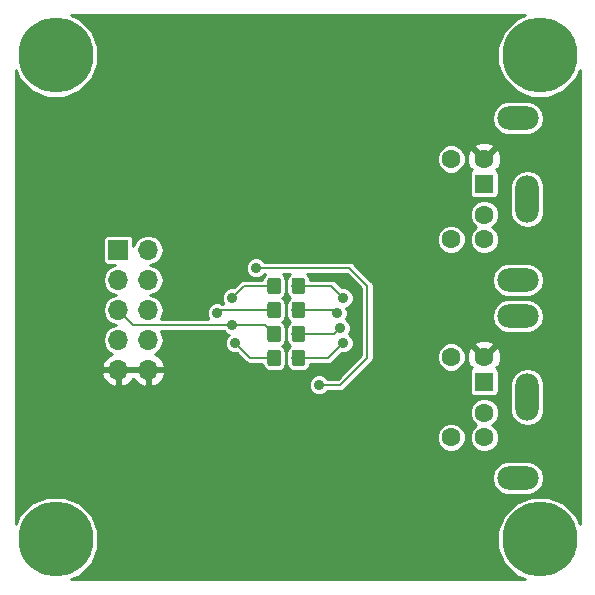
<source format=gbl>
G04 #@! TF.GenerationSoftware,KiCad,Pcbnew,(5.0.2)-1*
G04 #@! TF.CreationDate,2019-12-08T11:50:03-05:00*
G04 #@! TF.ProjectId,PS2X49,50533258-3439-42e6-9b69-6361645f7063,X1*
G04 #@! TF.SameCoordinates,Original*
G04 #@! TF.FileFunction,Copper,L2,Bot*
G04 #@! TF.FilePolarity,Positive*
%FSLAX46Y46*%
G04 Gerber Fmt 4.6, Leading zero omitted, Abs format (unit mm)*
G04 Created by KiCad (PCBNEW (5.0.2)-1) date 12/8/2019 11:50:03 AM*
%MOMM*%
%LPD*%
G01*
G04 APERTURE LIST*
G04 #@! TA.AperFunction,ComponentPad*
%ADD10C,6.350000*%
G04 #@! TD*
G04 #@! TA.AperFunction,ComponentPad*
%ADD11O,3.500000X2.000000*%
G04 #@! TD*
G04 #@! TA.AperFunction,ComponentPad*
%ADD12R,1.600000X1.600000*%
G04 #@! TD*
G04 #@! TA.AperFunction,ComponentPad*
%ADD13C,1.600000*%
G04 #@! TD*
G04 #@! TA.AperFunction,ComponentPad*
%ADD14O,2.000000X4.000000*%
G04 #@! TD*
G04 #@! TA.AperFunction,ComponentPad*
%ADD15R,1.700000X1.700000*%
G04 #@! TD*
G04 #@! TA.AperFunction,ComponentPad*
%ADD16O,1.700000X1.700000*%
G04 #@! TD*
G04 #@! TA.AperFunction,Conductor*
%ADD17C,0.150000*%
G04 #@! TD*
G04 #@! TA.AperFunction,SMDPad,CuDef*
%ADD18C,1.150000*%
G04 #@! TD*
G04 #@! TA.AperFunction,ViaPad*
%ADD19C,0.889000*%
G04 #@! TD*
G04 #@! TA.AperFunction,Conductor*
%ADD20C,0.203200*%
G04 #@! TD*
G04 #@! TA.AperFunction,Conductor*
%ADD21C,0.254000*%
G04 #@! TD*
G04 APERTURE END LIST*
D10*
G04 #@! TO.P,MTG3,1*
G04 #@! TO.N,N/C*
X14000000Y-55000000D03*
G04 #@! TD*
G04 #@! TO.P,MTG4,1*
G04 #@! TO.N,N/C*
X55000000Y-55000000D03*
G04 #@! TD*
G04 #@! TO.P,MTG2,1*
G04 #@! TO.N,N/C*
X55000000Y-14000000D03*
G04 #@! TD*
G04 #@! TO.P,MTG1,1*
G04 #@! TO.N,N/C*
X14000000Y-14000000D03*
G04 #@! TD*
D11*
G04 #@! TO.P,J1,7*
G04 #@! TO.N,N/C*
X53142000Y-33042000D03*
X53142000Y-19342000D03*
D12*
G04 #@! TO.P,J1,1*
G04 #@! TO.N,/KDAT1*
X50292000Y-24892000D03*
D13*
G04 #@! TO.P,J1,2*
G04 #@! TO.N,N/C*
X50292000Y-27492000D03*
G04 #@! TO.P,J1,3*
G04 #@! TO.N,GND*
X50292000Y-22792000D03*
G04 #@! TO.P,J1,4*
G04 #@! TO.N,VCC*
X50292000Y-29592000D03*
G04 #@! TO.P,J1,5*
G04 #@! TO.N,/KCLK1*
X47492000Y-22792000D03*
G04 #@! TO.P,J1,6*
G04 #@! TO.N,N/C*
X47492000Y-29592000D03*
D14*
G04 #@! TO.P,J1,7*
X53942000Y-26192000D03*
G04 #@! TD*
G04 #@! TO.P,J2,7*
G04 #@! TO.N,N/C*
X53942000Y-42956000D03*
D13*
G04 #@! TO.P,J2,6*
X47492000Y-46356000D03*
G04 #@! TO.P,J2,5*
G04 #@! TO.N,/KCLK2*
X47492000Y-39556000D03*
G04 #@! TO.P,J2,4*
G04 #@! TO.N,VCC*
X50292000Y-46356000D03*
G04 #@! TO.P,J2,3*
G04 #@! TO.N,GND*
X50292000Y-39556000D03*
G04 #@! TO.P,J2,2*
G04 #@! TO.N,N/C*
X50292000Y-44256000D03*
D12*
G04 #@! TO.P,J2,1*
G04 #@! TO.N,/KDAT2*
X50292000Y-41656000D03*
D11*
G04 #@! TO.P,J2,7*
G04 #@! TO.N,N/C*
X53142000Y-36106000D03*
X53142000Y-49806000D03*
G04 #@! TD*
D15*
G04 #@! TO.P,J3,1*
G04 #@! TO.N,VCC*
X19304000Y-30480000D03*
D16*
G04 #@! TO.P,J3,2*
X21844000Y-30480000D03*
G04 #@! TO.P,J3,3*
G04 #@! TO.N,+3V3*
X19304000Y-33020000D03*
G04 #@! TO.P,J3,4*
X21844000Y-33020000D03*
G04 #@! TO.P,J3,5*
G04 #@! TO.N,/CLK2*
X19304000Y-35560000D03*
G04 #@! TO.P,J3,6*
G04 #@! TO.N,/CLK1*
X21844000Y-35560000D03*
G04 #@! TO.P,J3,7*
G04 #@! TO.N,/DAT2*
X19304000Y-38100000D03*
G04 #@! TO.P,J3,8*
G04 #@! TO.N,/DAT1*
X21844000Y-38100000D03*
G04 #@! TO.P,J3,9*
G04 #@! TO.N,GND*
X19304000Y-40640000D03*
G04 #@! TO.P,J3,10*
X21844000Y-40640000D03*
G04 #@! TD*
D17*
G04 #@! TO.N,/KCLK1*
G04 #@! TO.C,R1*
G36*
X34902505Y-32829204D02*
X34926773Y-32832804D01*
X34950572Y-32838765D01*
X34973671Y-32847030D01*
X34995850Y-32857520D01*
X35016893Y-32870132D01*
X35036599Y-32884747D01*
X35054777Y-32901223D01*
X35071253Y-32919401D01*
X35085868Y-32939107D01*
X35098480Y-32960150D01*
X35108970Y-32982329D01*
X35117235Y-33005428D01*
X35123196Y-33029227D01*
X35126796Y-33053495D01*
X35128000Y-33077999D01*
X35128000Y-33978001D01*
X35126796Y-34002505D01*
X35123196Y-34026773D01*
X35117235Y-34050572D01*
X35108970Y-34073671D01*
X35098480Y-34095850D01*
X35085868Y-34116893D01*
X35071253Y-34136599D01*
X35054777Y-34154777D01*
X35036599Y-34171253D01*
X35016893Y-34185868D01*
X34995850Y-34198480D01*
X34973671Y-34208970D01*
X34950572Y-34217235D01*
X34926773Y-34223196D01*
X34902505Y-34226796D01*
X34878001Y-34228000D01*
X34227999Y-34228000D01*
X34203495Y-34226796D01*
X34179227Y-34223196D01*
X34155428Y-34217235D01*
X34132329Y-34208970D01*
X34110150Y-34198480D01*
X34089107Y-34185868D01*
X34069401Y-34171253D01*
X34051223Y-34154777D01*
X34034747Y-34136599D01*
X34020132Y-34116893D01*
X34007520Y-34095850D01*
X33997030Y-34073671D01*
X33988765Y-34050572D01*
X33982804Y-34026773D01*
X33979204Y-34002505D01*
X33978000Y-33978001D01*
X33978000Y-33077999D01*
X33979204Y-33053495D01*
X33982804Y-33029227D01*
X33988765Y-33005428D01*
X33997030Y-32982329D01*
X34007520Y-32960150D01*
X34020132Y-32939107D01*
X34034747Y-32919401D01*
X34051223Y-32901223D01*
X34069401Y-32884747D01*
X34089107Y-32870132D01*
X34110150Y-32857520D01*
X34132329Y-32847030D01*
X34155428Y-32838765D01*
X34179227Y-32832804D01*
X34203495Y-32829204D01*
X34227999Y-32828000D01*
X34878001Y-32828000D01*
X34902505Y-32829204D01*
X34902505Y-32829204D01*
G37*
D18*
G04 #@! TD*
G04 #@! TO.P,R1,1*
G04 #@! TO.N,/KCLK1*
X34553000Y-33528000D03*
D17*
G04 #@! TO.N,/CLK1*
G04 #@! TO.C,R1*
G36*
X32852505Y-32829204D02*
X32876773Y-32832804D01*
X32900572Y-32838765D01*
X32923671Y-32847030D01*
X32945850Y-32857520D01*
X32966893Y-32870132D01*
X32986599Y-32884747D01*
X33004777Y-32901223D01*
X33021253Y-32919401D01*
X33035868Y-32939107D01*
X33048480Y-32960150D01*
X33058970Y-32982329D01*
X33067235Y-33005428D01*
X33073196Y-33029227D01*
X33076796Y-33053495D01*
X33078000Y-33077999D01*
X33078000Y-33978001D01*
X33076796Y-34002505D01*
X33073196Y-34026773D01*
X33067235Y-34050572D01*
X33058970Y-34073671D01*
X33048480Y-34095850D01*
X33035868Y-34116893D01*
X33021253Y-34136599D01*
X33004777Y-34154777D01*
X32986599Y-34171253D01*
X32966893Y-34185868D01*
X32945850Y-34198480D01*
X32923671Y-34208970D01*
X32900572Y-34217235D01*
X32876773Y-34223196D01*
X32852505Y-34226796D01*
X32828001Y-34228000D01*
X32177999Y-34228000D01*
X32153495Y-34226796D01*
X32129227Y-34223196D01*
X32105428Y-34217235D01*
X32082329Y-34208970D01*
X32060150Y-34198480D01*
X32039107Y-34185868D01*
X32019401Y-34171253D01*
X32001223Y-34154777D01*
X31984747Y-34136599D01*
X31970132Y-34116893D01*
X31957520Y-34095850D01*
X31947030Y-34073671D01*
X31938765Y-34050572D01*
X31932804Y-34026773D01*
X31929204Y-34002505D01*
X31928000Y-33978001D01*
X31928000Y-33077999D01*
X31929204Y-33053495D01*
X31932804Y-33029227D01*
X31938765Y-33005428D01*
X31947030Y-32982329D01*
X31957520Y-32960150D01*
X31970132Y-32939107D01*
X31984747Y-32919401D01*
X32001223Y-32901223D01*
X32019401Y-32884747D01*
X32039107Y-32870132D01*
X32060150Y-32857520D01*
X32082329Y-32847030D01*
X32105428Y-32838765D01*
X32129227Y-32832804D01*
X32153495Y-32829204D01*
X32177999Y-32828000D01*
X32828001Y-32828000D01*
X32852505Y-32829204D01*
X32852505Y-32829204D01*
G37*
D18*
G04 #@! TD*
G04 #@! TO.P,R1,2*
G04 #@! TO.N,/CLK1*
X32503000Y-33528000D03*
D17*
G04 #@! TO.N,/DAT1*
G04 #@! TO.C,R2*
G36*
X32852505Y-34861204D02*
X32876773Y-34864804D01*
X32900572Y-34870765D01*
X32923671Y-34879030D01*
X32945850Y-34889520D01*
X32966893Y-34902132D01*
X32986599Y-34916747D01*
X33004777Y-34933223D01*
X33021253Y-34951401D01*
X33035868Y-34971107D01*
X33048480Y-34992150D01*
X33058970Y-35014329D01*
X33067235Y-35037428D01*
X33073196Y-35061227D01*
X33076796Y-35085495D01*
X33078000Y-35109999D01*
X33078000Y-36010001D01*
X33076796Y-36034505D01*
X33073196Y-36058773D01*
X33067235Y-36082572D01*
X33058970Y-36105671D01*
X33048480Y-36127850D01*
X33035868Y-36148893D01*
X33021253Y-36168599D01*
X33004777Y-36186777D01*
X32986599Y-36203253D01*
X32966893Y-36217868D01*
X32945850Y-36230480D01*
X32923671Y-36240970D01*
X32900572Y-36249235D01*
X32876773Y-36255196D01*
X32852505Y-36258796D01*
X32828001Y-36260000D01*
X32177999Y-36260000D01*
X32153495Y-36258796D01*
X32129227Y-36255196D01*
X32105428Y-36249235D01*
X32082329Y-36240970D01*
X32060150Y-36230480D01*
X32039107Y-36217868D01*
X32019401Y-36203253D01*
X32001223Y-36186777D01*
X31984747Y-36168599D01*
X31970132Y-36148893D01*
X31957520Y-36127850D01*
X31947030Y-36105671D01*
X31938765Y-36082572D01*
X31932804Y-36058773D01*
X31929204Y-36034505D01*
X31928000Y-36010001D01*
X31928000Y-35109999D01*
X31929204Y-35085495D01*
X31932804Y-35061227D01*
X31938765Y-35037428D01*
X31947030Y-35014329D01*
X31957520Y-34992150D01*
X31970132Y-34971107D01*
X31984747Y-34951401D01*
X32001223Y-34933223D01*
X32019401Y-34916747D01*
X32039107Y-34902132D01*
X32060150Y-34889520D01*
X32082329Y-34879030D01*
X32105428Y-34870765D01*
X32129227Y-34864804D01*
X32153495Y-34861204D01*
X32177999Y-34860000D01*
X32828001Y-34860000D01*
X32852505Y-34861204D01*
X32852505Y-34861204D01*
G37*
D18*
G04 #@! TD*
G04 #@! TO.P,R2,2*
G04 #@! TO.N,/DAT1*
X32503000Y-35560000D03*
D17*
G04 #@! TO.N,/KDAT1*
G04 #@! TO.C,R2*
G36*
X34902505Y-34861204D02*
X34926773Y-34864804D01*
X34950572Y-34870765D01*
X34973671Y-34879030D01*
X34995850Y-34889520D01*
X35016893Y-34902132D01*
X35036599Y-34916747D01*
X35054777Y-34933223D01*
X35071253Y-34951401D01*
X35085868Y-34971107D01*
X35098480Y-34992150D01*
X35108970Y-35014329D01*
X35117235Y-35037428D01*
X35123196Y-35061227D01*
X35126796Y-35085495D01*
X35128000Y-35109999D01*
X35128000Y-36010001D01*
X35126796Y-36034505D01*
X35123196Y-36058773D01*
X35117235Y-36082572D01*
X35108970Y-36105671D01*
X35098480Y-36127850D01*
X35085868Y-36148893D01*
X35071253Y-36168599D01*
X35054777Y-36186777D01*
X35036599Y-36203253D01*
X35016893Y-36217868D01*
X34995850Y-36230480D01*
X34973671Y-36240970D01*
X34950572Y-36249235D01*
X34926773Y-36255196D01*
X34902505Y-36258796D01*
X34878001Y-36260000D01*
X34227999Y-36260000D01*
X34203495Y-36258796D01*
X34179227Y-36255196D01*
X34155428Y-36249235D01*
X34132329Y-36240970D01*
X34110150Y-36230480D01*
X34089107Y-36217868D01*
X34069401Y-36203253D01*
X34051223Y-36186777D01*
X34034747Y-36168599D01*
X34020132Y-36148893D01*
X34007520Y-36127850D01*
X33997030Y-36105671D01*
X33988765Y-36082572D01*
X33982804Y-36058773D01*
X33979204Y-36034505D01*
X33978000Y-36010001D01*
X33978000Y-35109999D01*
X33979204Y-35085495D01*
X33982804Y-35061227D01*
X33988765Y-35037428D01*
X33997030Y-35014329D01*
X34007520Y-34992150D01*
X34020132Y-34971107D01*
X34034747Y-34951401D01*
X34051223Y-34933223D01*
X34069401Y-34916747D01*
X34089107Y-34902132D01*
X34110150Y-34889520D01*
X34132329Y-34879030D01*
X34155428Y-34870765D01*
X34179227Y-34864804D01*
X34203495Y-34861204D01*
X34227999Y-34860000D01*
X34878001Y-34860000D01*
X34902505Y-34861204D01*
X34902505Y-34861204D01*
G37*
D18*
G04 #@! TD*
G04 #@! TO.P,R2,1*
G04 #@! TO.N,/KDAT1*
X34553000Y-35560000D03*
D17*
G04 #@! TO.N,/KCLK2*
G04 #@! TO.C,R3*
G36*
X34902505Y-36893204D02*
X34926773Y-36896804D01*
X34950572Y-36902765D01*
X34973671Y-36911030D01*
X34995850Y-36921520D01*
X35016893Y-36934132D01*
X35036599Y-36948747D01*
X35054777Y-36965223D01*
X35071253Y-36983401D01*
X35085868Y-37003107D01*
X35098480Y-37024150D01*
X35108970Y-37046329D01*
X35117235Y-37069428D01*
X35123196Y-37093227D01*
X35126796Y-37117495D01*
X35128000Y-37141999D01*
X35128000Y-38042001D01*
X35126796Y-38066505D01*
X35123196Y-38090773D01*
X35117235Y-38114572D01*
X35108970Y-38137671D01*
X35098480Y-38159850D01*
X35085868Y-38180893D01*
X35071253Y-38200599D01*
X35054777Y-38218777D01*
X35036599Y-38235253D01*
X35016893Y-38249868D01*
X34995850Y-38262480D01*
X34973671Y-38272970D01*
X34950572Y-38281235D01*
X34926773Y-38287196D01*
X34902505Y-38290796D01*
X34878001Y-38292000D01*
X34227999Y-38292000D01*
X34203495Y-38290796D01*
X34179227Y-38287196D01*
X34155428Y-38281235D01*
X34132329Y-38272970D01*
X34110150Y-38262480D01*
X34089107Y-38249868D01*
X34069401Y-38235253D01*
X34051223Y-38218777D01*
X34034747Y-38200599D01*
X34020132Y-38180893D01*
X34007520Y-38159850D01*
X33997030Y-38137671D01*
X33988765Y-38114572D01*
X33982804Y-38090773D01*
X33979204Y-38066505D01*
X33978000Y-38042001D01*
X33978000Y-37141999D01*
X33979204Y-37117495D01*
X33982804Y-37093227D01*
X33988765Y-37069428D01*
X33997030Y-37046329D01*
X34007520Y-37024150D01*
X34020132Y-37003107D01*
X34034747Y-36983401D01*
X34051223Y-36965223D01*
X34069401Y-36948747D01*
X34089107Y-36934132D01*
X34110150Y-36921520D01*
X34132329Y-36911030D01*
X34155428Y-36902765D01*
X34179227Y-36896804D01*
X34203495Y-36893204D01*
X34227999Y-36892000D01*
X34878001Y-36892000D01*
X34902505Y-36893204D01*
X34902505Y-36893204D01*
G37*
D18*
G04 #@! TD*
G04 #@! TO.P,R3,1*
G04 #@! TO.N,/KCLK2*
X34553000Y-37592000D03*
D17*
G04 #@! TO.N,/CLK2*
G04 #@! TO.C,R3*
G36*
X32852505Y-36893204D02*
X32876773Y-36896804D01*
X32900572Y-36902765D01*
X32923671Y-36911030D01*
X32945850Y-36921520D01*
X32966893Y-36934132D01*
X32986599Y-36948747D01*
X33004777Y-36965223D01*
X33021253Y-36983401D01*
X33035868Y-37003107D01*
X33048480Y-37024150D01*
X33058970Y-37046329D01*
X33067235Y-37069428D01*
X33073196Y-37093227D01*
X33076796Y-37117495D01*
X33078000Y-37141999D01*
X33078000Y-38042001D01*
X33076796Y-38066505D01*
X33073196Y-38090773D01*
X33067235Y-38114572D01*
X33058970Y-38137671D01*
X33048480Y-38159850D01*
X33035868Y-38180893D01*
X33021253Y-38200599D01*
X33004777Y-38218777D01*
X32986599Y-38235253D01*
X32966893Y-38249868D01*
X32945850Y-38262480D01*
X32923671Y-38272970D01*
X32900572Y-38281235D01*
X32876773Y-38287196D01*
X32852505Y-38290796D01*
X32828001Y-38292000D01*
X32177999Y-38292000D01*
X32153495Y-38290796D01*
X32129227Y-38287196D01*
X32105428Y-38281235D01*
X32082329Y-38272970D01*
X32060150Y-38262480D01*
X32039107Y-38249868D01*
X32019401Y-38235253D01*
X32001223Y-38218777D01*
X31984747Y-38200599D01*
X31970132Y-38180893D01*
X31957520Y-38159850D01*
X31947030Y-38137671D01*
X31938765Y-38114572D01*
X31932804Y-38090773D01*
X31929204Y-38066505D01*
X31928000Y-38042001D01*
X31928000Y-37141999D01*
X31929204Y-37117495D01*
X31932804Y-37093227D01*
X31938765Y-37069428D01*
X31947030Y-37046329D01*
X31957520Y-37024150D01*
X31970132Y-37003107D01*
X31984747Y-36983401D01*
X32001223Y-36965223D01*
X32019401Y-36948747D01*
X32039107Y-36934132D01*
X32060150Y-36921520D01*
X32082329Y-36911030D01*
X32105428Y-36902765D01*
X32129227Y-36896804D01*
X32153495Y-36893204D01*
X32177999Y-36892000D01*
X32828001Y-36892000D01*
X32852505Y-36893204D01*
X32852505Y-36893204D01*
G37*
D18*
G04 #@! TD*
G04 #@! TO.P,R3,2*
G04 #@! TO.N,/CLK2*
X32503000Y-37592000D03*
D17*
G04 #@! TO.N,/DAT2*
G04 #@! TO.C,R4*
G36*
X32852505Y-38925204D02*
X32876773Y-38928804D01*
X32900572Y-38934765D01*
X32923671Y-38943030D01*
X32945850Y-38953520D01*
X32966893Y-38966132D01*
X32986599Y-38980747D01*
X33004777Y-38997223D01*
X33021253Y-39015401D01*
X33035868Y-39035107D01*
X33048480Y-39056150D01*
X33058970Y-39078329D01*
X33067235Y-39101428D01*
X33073196Y-39125227D01*
X33076796Y-39149495D01*
X33078000Y-39173999D01*
X33078000Y-40074001D01*
X33076796Y-40098505D01*
X33073196Y-40122773D01*
X33067235Y-40146572D01*
X33058970Y-40169671D01*
X33048480Y-40191850D01*
X33035868Y-40212893D01*
X33021253Y-40232599D01*
X33004777Y-40250777D01*
X32986599Y-40267253D01*
X32966893Y-40281868D01*
X32945850Y-40294480D01*
X32923671Y-40304970D01*
X32900572Y-40313235D01*
X32876773Y-40319196D01*
X32852505Y-40322796D01*
X32828001Y-40324000D01*
X32177999Y-40324000D01*
X32153495Y-40322796D01*
X32129227Y-40319196D01*
X32105428Y-40313235D01*
X32082329Y-40304970D01*
X32060150Y-40294480D01*
X32039107Y-40281868D01*
X32019401Y-40267253D01*
X32001223Y-40250777D01*
X31984747Y-40232599D01*
X31970132Y-40212893D01*
X31957520Y-40191850D01*
X31947030Y-40169671D01*
X31938765Y-40146572D01*
X31932804Y-40122773D01*
X31929204Y-40098505D01*
X31928000Y-40074001D01*
X31928000Y-39173999D01*
X31929204Y-39149495D01*
X31932804Y-39125227D01*
X31938765Y-39101428D01*
X31947030Y-39078329D01*
X31957520Y-39056150D01*
X31970132Y-39035107D01*
X31984747Y-39015401D01*
X32001223Y-38997223D01*
X32019401Y-38980747D01*
X32039107Y-38966132D01*
X32060150Y-38953520D01*
X32082329Y-38943030D01*
X32105428Y-38934765D01*
X32129227Y-38928804D01*
X32153495Y-38925204D01*
X32177999Y-38924000D01*
X32828001Y-38924000D01*
X32852505Y-38925204D01*
X32852505Y-38925204D01*
G37*
D18*
G04 #@! TD*
G04 #@! TO.P,R4,2*
G04 #@! TO.N,/DAT2*
X32503000Y-39624000D03*
D17*
G04 #@! TO.N,/KDAT2*
G04 #@! TO.C,R4*
G36*
X34902505Y-38925204D02*
X34926773Y-38928804D01*
X34950572Y-38934765D01*
X34973671Y-38943030D01*
X34995850Y-38953520D01*
X35016893Y-38966132D01*
X35036599Y-38980747D01*
X35054777Y-38997223D01*
X35071253Y-39015401D01*
X35085868Y-39035107D01*
X35098480Y-39056150D01*
X35108970Y-39078329D01*
X35117235Y-39101428D01*
X35123196Y-39125227D01*
X35126796Y-39149495D01*
X35128000Y-39173999D01*
X35128000Y-40074001D01*
X35126796Y-40098505D01*
X35123196Y-40122773D01*
X35117235Y-40146572D01*
X35108970Y-40169671D01*
X35098480Y-40191850D01*
X35085868Y-40212893D01*
X35071253Y-40232599D01*
X35054777Y-40250777D01*
X35036599Y-40267253D01*
X35016893Y-40281868D01*
X34995850Y-40294480D01*
X34973671Y-40304970D01*
X34950572Y-40313235D01*
X34926773Y-40319196D01*
X34902505Y-40322796D01*
X34878001Y-40324000D01*
X34227999Y-40324000D01*
X34203495Y-40322796D01*
X34179227Y-40319196D01*
X34155428Y-40313235D01*
X34132329Y-40304970D01*
X34110150Y-40294480D01*
X34089107Y-40281868D01*
X34069401Y-40267253D01*
X34051223Y-40250777D01*
X34034747Y-40232599D01*
X34020132Y-40212893D01*
X34007520Y-40191850D01*
X33997030Y-40169671D01*
X33988765Y-40146572D01*
X33982804Y-40122773D01*
X33979204Y-40098505D01*
X33978000Y-40074001D01*
X33978000Y-39173999D01*
X33979204Y-39149495D01*
X33982804Y-39125227D01*
X33988765Y-39101428D01*
X33997030Y-39078329D01*
X34007520Y-39056150D01*
X34020132Y-39035107D01*
X34034747Y-39015401D01*
X34051223Y-38997223D01*
X34069401Y-38980747D01*
X34089107Y-38966132D01*
X34110150Y-38953520D01*
X34132329Y-38943030D01*
X34155428Y-38934765D01*
X34179227Y-38928804D01*
X34203495Y-38925204D01*
X34227999Y-38924000D01*
X34878001Y-38924000D01*
X34902505Y-38925204D01*
X34902505Y-38925204D01*
G37*
D18*
G04 #@! TD*
G04 #@! TO.P,R4,1*
G04 #@! TO.N,/KDAT2*
X34553000Y-39624000D03*
D19*
G04 #@! TO.N,GND*
X42418000Y-32385000D03*
X36830000Y-45212000D03*
X30734000Y-42164000D03*
G04 #@! TO.N,/DAT1*
X27686000Y-35814000D03*
G04 #@! TO.N,/CLK1*
X28956000Y-34544000D03*
G04 #@! TO.N,/CLK2*
X28956000Y-36830000D03*
G04 #@! TO.N,/DAT2*
X29210000Y-38354000D03*
G04 #@! TO.N,/KDAT1*
X37846000Y-35814000D03*
G04 #@! TO.N,/KCLK1*
X38354000Y-34544000D03*
G04 #@! TO.N,/KCLK2*
X38100000Y-37084000D03*
G04 #@! TO.N,/KDAT2*
X38354000Y-38354000D03*
G04 #@! TO.N,+3V3*
X36322000Y-41910000D03*
X30988000Y-32004000D03*
G04 #@! TD*
D20*
G04 #@! TO.N,/DAT1*
X27940000Y-35560000D02*
X27686000Y-35814000D01*
X32503000Y-35560000D02*
X27940000Y-35560000D01*
G04 #@! TO.N,/CLK1*
X29972000Y-33528000D02*
X28956000Y-34544000D01*
X32503000Y-33528000D02*
X29972000Y-33528000D01*
G04 #@! TO.N,/CLK2*
X20574000Y-36830000D02*
X19304000Y-35560000D01*
X28956000Y-36830000D02*
X20574000Y-36830000D01*
X31741000Y-36830000D02*
X28956000Y-36830000D01*
X32503000Y-37592000D02*
X31741000Y-36830000D01*
G04 #@! TO.N,/DAT2*
X30480000Y-39624000D02*
X29210000Y-38354000D01*
X32503000Y-39624000D02*
X30480000Y-39624000D01*
G04 #@! TO.N,/KDAT1*
X37592000Y-35560000D02*
X37846000Y-35814000D01*
X34553000Y-35560000D02*
X37592000Y-35560000D01*
G04 #@! TO.N,/KCLK1*
X37338000Y-33528000D02*
X38354000Y-34544000D01*
X34553000Y-33528000D02*
X37338000Y-33528000D01*
G04 #@! TO.N,/KCLK2*
X37592000Y-37592000D02*
X38100000Y-37084000D01*
X34553000Y-37592000D02*
X37592000Y-37592000D01*
G04 #@! TO.N,/KDAT2*
X37084000Y-39624000D02*
X38354000Y-38354000D01*
X34553000Y-39624000D02*
X37084000Y-39624000D01*
G04 #@! TO.N,+3V3*
X33528000Y-32004000D02*
X30988000Y-32004000D01*
X38862000Y-32004000D02*
X33528000Y-32004000D01*
X40386000Y-33528000D02*
X38862000Y-32004000D01*
X40386000Y-39624000D02*
X40386000Y-33528000D01*
X38100000Y-41910000D02*
X40386000Y-39624000D01*
X36322000Y-41910000D02*
X38100000Y-41910000D01*
G04 #@! TD*
D21*
G04 #@! TO.N,GND*
G36*
X52956912Y-10942303D02*
X51942303Y-11956912D01*
X51393200Y-13282563D01*
X51393200Y-14717437D01*
X51942303Y-16043088D01*
X52956912Y-17057697D01*
X54282563Y-17606800D01*
X55717437Y-17606800D01*
X57043088Y-17057697D01*
X58057697Y-16043088D01*
X58377700Y-15270533D01*
X58377701Y-53729469D01*
X58057697Y-52956912D01*
X57043088Y-51942303D01*
X55717437Y-51393200D01*
X54282563Y-51393200D01*
X52956912Y-51942303D01*
X51942303Y-52956912D01*
X51393200Y-54282563D01*
X51393200Y-55717437D01*
X51942303Y-57043088D01*
X52956912Y-58057697D01*
X53729467Y-58377700D01*
X15270533Y-58377700D01*
X16043088Y-58057697D01*
X17057697Y-57043088D01*
X17606800Y-55717437D01*
X17606800Y-54282563D01*
X17057697Y-52956912D01*
X16043088Y-51942303D01*
X14717437Y-51393200D01*
X13282563Y-51393200D01*
X11956912Y-51942303D01*
X10942303Y-52956912D01*
X10622300Y-53729467D01*
X10622300Y-49806000D01*
X50932150Y-49806000D01*
X51043274Y-50364660D01*
X51359730Y-50838270D01*
X51833340Y-51154726D01*
X52250983Y-51237800D01*
X54033017Y-51237800D01*
X54450660Y-51154726D01*
X54924270Y-50838270D01*
X55240726Y-50364660D01*
X55351850Y-49806000D01*
X55240726Y-49247340D01*
X54924270Y-48773730D01*
X54450660Y-48457274D01*
X54033017Y-48374200D01*
X52250983Y-48374200D01*
X51833340Y-48457274D01*
X51359730Y-48773730D01*
X51043274Y-49247340D01*
X50932150Y-49806000D01*
X10622300Y-49806000D01*
X10622300Y-46110980D01*
X46260200Y-46110980D01*
X46260200Y-46601020D01*
X46447731Y-47053758D01*
X46794242Y-47400269D01*
X47246980Y-47587800D01*
X47737020Y-47587800D01*
X48189758Y-47400269D01*
X48536269Y-47053758D01*
X48723800Y-46601020D01*
X48723800Y-46110980D01*
X48536269Y-45658242D01*
X48189758Y-45311731D01*
X47737020Y-45124200D01*
X47246980Y-45124200D01*
X46794242Y-45311731D01*
X46447731Y-45658242D01*
X46260200Y-46110980D01*
X10622300Y-46110980D01*
X10622300Y-44010980D01*
X49060200Y-44010980D01*
X49060200Y-44501020D01*
X49247731Y-44953758D01*
X49594242Y-45300269D01*
X49608078Y-45306000D01*
X49594242Y-45311731D01*
X49247731Y-45658242D01*
X49060200Y-46110980D01*
X49060200Y-46601020D01*
X49247731Y-47053758D01*
X49594242Y-47400269D01*
X50046980Y-47587800D01*
X50537020Y-47587800D01*
X50989758Y-47400269D01*
X51336269Y-47053758D01*
X51523800Y-46601020D01*
X51523800Y-46110980D01*
X51336269Y-45658242D01*
X50989758Y-45311731D01*
X50975922Y-45306000D01*
X50989758Y-45300269D01*
X51336269Y-44953758D01*
X51523800Y-44501020D01*
X51523800Y-44010980D01*
X51336269Y-43558242D01*
X50989758Y-43211731D01*
X50537020Y-43024200D01*
X50046980Y-43024200D01*
X49594242Y-43211731D01*
X49247731Y-43558242D01*
X49060200Y-44010980D01*
X10622300Y-44010980D01*
X10622300Y-40996890D01*
X17862524Y-40996890D01*
X18032355Y-41406924D01*
X18422642Y-41835183D01*
X18947108Y-42081486D01*
X19177000Y-41960819D01*
X19177000Y-40767000D01*
X19431000Y-40767000D01*
X19431000Y-41960819D01*
X19660892Y-42081486D01*
X20185358Y-41835183D01*
X20574000Y-41408729D01*
X20962642Y-41835183D01*
X21487108Y-42081486D01*
X21717000Y-41960819D01*
X21717000Y-40767000D01*
X21971000Y-40767000D01*
X21971000Y-41960819D01*
X22200892Y-42081486D01*
X22725358Y-41835183D01*
X23115645Y-41406924D01*
X23285476Y-40996890D01*
X23164155Y-40767000D01*
X21971000Y-40767000D01*
X21717000Y-40767000D01*
X19431000Y-40767000D01*
X19177000Y-40767000D01*
X17983845Y-40767000D01*
X17862524Y-40996890D01*
X10622300Y-40996890D01*
X10622300Y-40283110D01*
X17862524Y-40283110D01*
X17983845Y-40513000D01*
X19177000Y-40513000D01*
X19177000Y-40493000D01*
X19431000Y-40493000D01*
X19431000Y-40513000D01*
X21717000Y-40513000D01*
X21717000Y-40493000D01*
X21971000Y-40493000D01*
X21971000Y-40513000D01*
X23164155Y-40513000D01*
X23285476Y-40283110D01*
X23115645Y-39873076D01*
X22725358Y-39444817D01*
X22380734Y-39282972D01*
X22768126Y-39024126D01*
X23051428Y-38600133D01*
X23150911Y-38100000D01*
X23051428Y-37599867D01*
X22893426Y-37363400D01*
X28250125Y-37363400D01*
X28459616Y-37572891D01*
X28666245Y-37658480D01*
X28467109Y-37857616D01*
X28333700Y-38179693D01*
X28333700Y-38528307D01*
X28467109Y-38850384D01*
X28713616Y-39096891D01*
X29035693Y-39230300D01*
X29331960Y-39230300D01*
X30065684Y-39964025D01*
X30095441Y-40008559D01*
X30271878Y-40126451D01*
X30427469Y-40157400D01*
X30427473Y-40157400D01*
X30479999Y-40167848D01*
X30532525Y-40157400D01*
X31504330Y-40157400D01*
X31540284Y-40338151D01*
X31689913Y-40562087D01*
X31913849Y-40711716D01*
X32177999Y-40764259D01*
X32828001Y-40764259D01*
X33092151Y-40711716D01*
X33316087Y-40562087D01*
X33465716Y-40338151D01*
X33518259Y-40074001D01*
X33518259Y-39173999D01*
X33465716Y-38909849D01*
X33316087Y-38685913D01*
X33199482Y-38608000D01*
X33316087Y-38530087D01*
X33465716Y-38306151D01*
X33518259Y-38042001D01*
X33518259Y-37141999D01*
X33465716Y-36877849D01*
X33316087Y-36653913D01*
X33199482Y-36576000D01*
X33316087Y-36498087D01*
X33465716Y-36274151D01*
X33518259Y-36010001D01*
X33518259Y-35109999D01*
X33465716Y-34845849D01*
X33316087Y-34621913D01*
X33199482Y-34544000D01*
X33316087Y-34466087D01*
X33465716Y-34242151D01*
X33518259Y-33978001D01*
X33518259Y-33077999D01*
X33465716Y-32813849D01*
X33316087Y-32589913D01*
X33237496Y-32537400D01*
X33818504Y-32537400D01*
X33739913Y-32589913D01*
X33590284Y-32813849D01*
X33537741Y-33077999D01*
X33537741Y-33978001D01*
X33590284Y-34242151D01*
X33739913Y-34466087D01*
X33856518Y-34544000D01*
X33739913Y-34621913D01*
X33590284Y-34845849D01*
X33537741Y-35109999D01*
X33537741Y-36010001D01*
X33590284Y-36274151D01*
X33739913Y-36498087D01*
X33856518Y-36576000D01*
X33739913Y-36653913D01*
X33590284Y-36877849D01*
X33537741Y-37141999D01*
X33537741Y-38042001D01*
X33590284Y-38306151D01*
X33739913Y-38530087D01*
X33856518Y-38608000D01*
X33739913Y-38685913D01*
X33590284Y-38909849D01*
X33537741Y-39173999D01*
X33537741Y-40074001D01*
X33590284Y-40338151D01*
X33739913Y-40562087D01*
X33963849Y-40711716D01*
X34227999Y-40764259D01*
X34878001Y-40764259D01*
X35142151Y-40711716D01*
X35366087Y-40562087D01*
X35515716Y-40338151D01*
X35551670Y-40157400D01*
X37031474Y-40157400D01*
X37084000Y-40167848D01*
X37136526Y-40157400D01*
X37136531Y-40157400D01*
X37292122Y-40126451D01*
X37468559Y-40008559D01*
X37498317Y-39964023D01*
X38232041Y-39230300D01*
X38528307Y-39230300D01*
X38850384Y-39096891D01*
X39096891Y-38850384D01*
X39230300Y-38528307D01*
X39230300Y-38179693D01*
X39096891Y-37857616D01*
X38850384Y-37611109D01*
X38823360Y-37599915D01*
X38842891Y-37580384D01*
X38976300Y-37258307D01*
X38976300Y-36909693D01*
X38842891Y-36587616D01*
X38596384Y-36341109D01*
X38569360Y-36329915D01*
X38588891Y-36310384D01*
X38722300Y-35988307D01*
X38722300Y-35639693D01*
X38616323Y-35383842D01*
X38850384Y-35286891D01*
X39096891Y-35040384D01*
X39230300Y-34718307D01*
X39230300Y-34369693D01*
X39096891Y-34047616D01*
X38850384Y-33801109D01*
X38528307Y-33667700D01*
X38232041Y-33667700D01*
X37752317Y-33187977D01*
X37722559Y-33143441D01*
X37546122Y-33025549D01*
X37390531Y-32994600D01*
X37390526Y-32994600D01*
X37338000Y-32984152D01*
X37285474Y-32994600D01*
X35551670Y-32994600D01*
X35515716Y-32813849D01*
X35366087Y-32589913D01*
X35287496Y-32537400D01*
X38641060Y-32537400D01*
X39852601Y-33748943D01*
X39852600Y-39403059D01*
X37879060Y-41376600D01*
X37027875Y-41376600D01*
X36818384Y-41167109D01*
X36496307Y-41033700D01*
X36147693Y-41033700D01*
X35825616Y-41167109D01*
X35579109Y-41413616D01*
X35445700Y-41735693D01*
X35445700Y-42084307D01*
X35579109Y-42406384D01*
X35825616Y-42652891D01*
X36147693Y-42786300D01*
X36496307Y-42786300D01*
X36818384Y-42652891D01*
X37027875Y-42443400D01*
X38047474Y-42443400D01*
X38100000Y-42453848D01*
X38152526Y-42443400D01*
X38152531Y-42443400D01*
X38308122Y-42412451D01*
X38484559Y-42294559D01*
X38514317Y-42250023D01*
X40726026Y-40038315D01*
X40770559Y-40008559D01*
X40888451Y-39832122D01*
X40919400Y-39676531D01*
X40919400Y-39676527D01*
X40929848Y-39624001D01*
X40919400Y-39571475D01*
X40919400Y-39310980D01*
X46260200Y-39310980D01*
X46260200Y-39801020D01*
X46447731Y-40253758D01*
X46794242Y-40600269D01*
X47246980Y-40787800D01*
X47737020Y-40787800D01*
X48189758Y-40600269D01*
X48536269Y-40253758D01*
X48723800Y-39801020D01*
X48723800Y-39339223D01*
X48845035Y-39339223D01*
X48872222Y-39909454D01*
X49038136Y-40310005D01*
X49284253Y-40384139D01*
X49169378Y-40499014D01*
X49201290Y-40530926D01*
X49180690Y-40544690D01*
X49085254Y-40687520D01*
X49051741Y-40856000D01*
X49051741Y-42456000D01*
X49085254Y-42624480D01*
X49180690Y-42767310D01*
X49323520Y-42862746D01*
X49492000Y-42896259D01*
X51092000Y-42896259D01*
X51260480Y-42862746D01*
X51403310Y-42767310D01*
X51498746Y-42624480D01*
X51532259Y-42456000D01*
X51532259Y-41814984D01*
X52510200Y-41814984D01*
X52510201Y-44097017D01*
X52593275Y-44514660D01*
X52909731Y-44988270D01*
X53383341Y-45304726D01*
X53942000Y-45415850D01*
X54500660Y-45304726D01*
X54974270Y-44988270D01*
X55290726Y-44514660D01*
X55373800Y-44097017D01*
X55373800Y-41814983D01*
X55290726Y-41397340D01*
X54974269Y-40923730D01*
X54500659Y-40607274D01*
X53942000Y-40496150D01*
X53383340Y-40607274D01*
X52909730Y-40923731D01*
X52593274Y-41397341D01*
X52510200Y-41814984D01*
X51532259Y-41814984D01*
X51532259Y-40856000D01*
X51498746Y-40687520D01*
X51403310Y-40544690D01*
X51382710Y-40530926D01*
X51414622Y-40499014D01*
X51299747Y-40384139D01*
X51545864Y-40310005D01*
X51738965Y-39772777D01*
X51711778Y-39202546D01*
X51545864Y-38801995D01*
X51299745Y-38727861D01*
X50471605Y-39556000D01*
X50485748Y-39570142D01*
X50306142Y-39749748D01*
X50292000Y-39735605D01*
X50277858Y-39749748D01*
X50098252Y-39570142D01*
X50112395Y-39556000D01*
X49284255Y-38727861D01*
X49038136Y-38801995D01*
X48845035Y-39339223D01*
X48723800Y-39339223D01*
X48723800Y-39310980D01*
X48536269Y-38858242D01*
X48226282Y-38548255D01*
X49463861Y-38548255D01*
X50292000Y-39376395D01*
X51120139Y-38548255D01*
X51046005Y-38302136D01*
X50508777Y-38109035D01*
X49938546Y-38136222D01*
X49537995Y-38302136D01*
X49463861Y-38548255D01*
X48226282Y-38548255D01*
X48189758Y-38511731D01*
X47737020Y-38324200D01*
X47246980Y-38324200D01*
X46794242Y-38511731D01*
X46447731Y-38858242D01*
X46260200Y-39310980D01*
X40919400Y-39310980D01*
X40919400Y-36106000D01*
X50932150Y-36106000D01*
X51043274Y-36664660D01*
X51359730Y-37138270D01*
X51833340Y-37454726D01*
X52250983Y-37537800D01*
X54033017Y-37537800D01*
X54450660Y-37454726D01*
X54924270Y-37138270D01*
X55240726Y-36664660D01*
X55351850Y-36106000D01*
X55240726Y-35547340D01*
X54924270Y-35073730D01*
X54450660Y-34757274D01*
X54033017Y-34674200D01*
X52250983Y-34674200D01*
X51833340Y-34757274D01*
X51359730Y-35073730D01*
X51043274Y-35547340D01*
X50932150Y-36106000D01*
X40919400Y-36106000D01*
X40919400Y-33580525D01*
X40929848Y-33527999D01*
X40919400Y-33475473D01*
X40919400Y-33475469D01*
X40888451Y-33319878D01*
X40854363Y-33268862D01*
X40800315Y-33187973D01*
X40800313Y-33187971D01*
X40770559Y-33143441D01*
X40726028Y-33113686D01*
X40654342Y-33042000D01*
X50932150Y-33042000D01*
X51043274Y-33600660D01*
X51359730Y-34074270D01*
X51833340Y-34390726D01*
X52250983Y-34473800D01*
X54033017Y-34473800D01*
X54450660Y-34390726D01*
X54924270Y-34074270D01*
X55240726Y-33600660D01*
X55351850Y-33042000D01*
X55240726Y-32483340D01*
X54924270Y-32009730D01*
X54450660Y-31693274D01*
X54033017Y-31610200D01*
X52250983Y-31610200D01*
X51833340Y-31693274D01*
X51359730Y-32009730D01*
X51043274Y-32483340D01*
X50932150Y-33042000D01*
X40654342Y-33042000D01*
X39276317Y-31663977D01*
X39246559Y-31619441D01*
X39070122Y-31501549D01*
X38914531Y-31470600D01*
X38914526Y-31470600D01*
X38862000Y-31460152D01*
X38809474Y-31470600D01*
X31693875Y-31470600D01*
X31484384Y-31261109D01*
X31162307Y-31127700D01*
X30813693Y-31127700D01*
X30491616Y-31261109D01*
X30245109Y-31507616D01*
X30111700Y-31829693D01*
X30111700Y-32178307D01*
X30245109Y-32500384D01*
X30491616Y-32746891D01*
X30813693Y-32880300D01*
X31162307Y-32880300D01*
X31484384Y-32746891D01*
X31693875Y-32537400D01*
X31768504Y-32537400D01*
X31689913Y-32589913D01*
X31540284Y-32813849D01*
X31504330Y-32994600D01*
X30024527Y-32994600D01*
X29972000Y-32984152D01*
X29919473Y-32994600D01*
X29919469Y-32994600D01*
X29796392Y-33019082D01*
X29763877Y-33025549D01*
X29739257Y-33042000D01*
X29587441Y-33143441D01*
X29557686Y-33187973D01*
X29077960Y-33667700D01*
X28781693Y-33667700D01*
X28459616Y-33801109D01*
X28213109Y-34047616D01*
X28079700Y-34369693D01*
X28079700Y-34718307D01*
X28207399Y-35026600D01*
X28074930Y-35026600D01*
X27860307Y-34937700D01*
X27511693Y-34937700D01*
X27189616Y-35071109D01*
X26943109Y-35317616D01*
X26809700Y-35639693D01*
X26809700Y-35988307D01*
X26937399Y-36296600D01*
X22893426Y-36296600D01*
X23051428Y-36060133D01*
X23150911Y-35560000D01*
X23051428Y-35059867D01*
X22768126Y-34635874D01*
X22344133Y-34352572D01*
X22029563Y-34290000D01*
X22344133Y-34227428D01*
X22768126Y-33944126D01*
X23051428Y-33520133D01*
X23150911Y-33020000D01*
X23051428Y-32519867D01*
X22768126Y-32095874D01*
X22344133Y-31812572D01*
X22029563Y-31750000D01*
X22344133Y-31687428D01*
X22768126Y-31404126D01*
X23051428Y-30980133D01*
X23150911Y-30480000D01*
X23051428Y-29979867D01*
X22768126Y-29555874D01*
X22455493Y-29346980D01*
X46260200Y-29346980D01*
X46260200Y-29837020D01*
X46447731Y-30289758D01*
X46794242Y-30636269D01*
X47246980Y-30823800D01*
X47737020Y-30823800D01*
X48189758Y-30636269D01*
X48536269Y-30289758D01*
X48723800Y-29837020D01*
X48723800Y-29346980D01*
X48536269Y-28894242D01*
X48189758Y-28547731D01*
X47737020Y-28360200D01*
X47246980Y-28360200D01*
X46794242Y-28547731D01*
X46447731Y-28894242D01*
X46260200Y-29346980D01*
X22455493Y-29346980D01*
X22344133Y-29272572D01*
X21970241Y-29198200D01*
X21717759Y-29198200D01*
X21343867Y-29272572D01*
X20919874Y-29555874D01*
X20636572Y-29979867D01*
X20594259Y-30192588D01*
X20594259Y-29630000D01*
X20560746Y-29461520D01*
X20465310Y-29318690D01*
X20322480Y-29223254D01*
X20154000Y-29189741D01*
X18454000Y-29189741D01*
X18285520Y-29223254D01*
X18142690Y-29318690D01*
X18047254Y-29461520D01*
X18013741Y-29630000D01*
X18013741Y-31330000D01*
X18047254Y-31498480D01*
X18142690Y-31641310D01*
X18285520Y-31736746D01*
X18454000Y-31770259D01*
X19016588Y-31770259D01*
X18803867Y-31812572D01*
X18379874Y-32095874D01*
X18096572Y-32519867D01*
X17997089Y-33020000D01*
X18096572Y-33520133D01*
X18379874Y-33944126D01*
X18803867Y-34227428D01*
X19118437Y-34290000D01*
X18803867Y-34352572D01*
X18379874Y-34635874D01*
X18096572Y-35059867D01*
X17997089Y-35560000D01*
X18096572Y-36060133D01*
X18379874Y-36484126D01*
X18803867Y-36767428D01*
X19118437Y-36830000D01*
X18803867Y-36892572D01*
X18379874Y-37175874D01*
X18096572Y-37599867D01*
X17997089Y-38100000D01*
X18096572Y-38600133D01*
X18379874Y-39024126D01*
X18767266Y-39282972D01*
X18422642Y-39444817D01*
X18032355Y-39873076D01*
X17862524Y-40283110D01*
X10622300Y-40283110D01*
X10622300Y-27246980D01*
X49060200Y-27246980D01*
X49060200Y-27737020D01*
X49247731Y-28189758D01*
X49594242Y-28536269D01*
X49608078Y-28542000D01*
X49594242Y-28547731D01*
X49247731Y-28894242D01*
X49060200Y-29346980D01*
X49060200Y-29837020D01*
X49247731Y-30289758D01*
X49594242Y-30636269D01*
X50046980Y-30823800D01*
X50537020Y-30823800D01*
X50989758Y-30636269D01*
X51336269Y-30289758D01*
X51523800Y-29837020D01*
X51523800Y-29346980D01*
X51336269Y-28894242D01*
X50989758Y-28547731D01*
X50975922Y-28542000D01*
X50989758Y-28536269D01*
X51336269Y-28189758D01*
X51523800Y-27737020D01*
X51523800Y-27246980D01*
X51336269Y-26794242D01*
X50989758Y-26447731D01*
X50537020Y-26260200D01*
X50046980Y-26260200D01*
X49594242Y-26447731D01*
X49247731Y-26794242D01*
X49060200Y-27246980D01*
X10622300Y-27246980D01*
X10622300Y-22546980D01*
X46260200Y-22546980D01*
X46260200Y-23037020D01*
X46447731Y-23489758D01*
X46794242Y-23836269D01*
X47246980Y-24023800D01*
X47737020Y-24023800D01*
X48189758Y-23836269D01*
X48536269Y-23489758D01*
X48723800Y-23037020D01*
X48723800Y-22575223D01*
X48845035Y-22575223D01*
X48872222Y-23145454D01*
X49038136Y-23546005D01*
X49284253Y-23620139D01*
X49169378Y-23735014D01*
X49201290Y-23766926D01*
X49180690Y-23780690D01*
X49085254Y-23923520D01*
X49051741Y-24092000D01*
X49051741Y-25692000D01*
X49085254Y-25860480D01*
X49180690Y-26003310D01*
X49323520Y-26098746D01*
X49492000Y-26132259D01*
X51092000Y-26132259D01*
X51260480Y-26098746D01*
X51403310Y-26003310D01*
X51498746Y-25860480D01*
X51532259Y-25692000D01*
X51532259Y-25050984D01*
X52510200Y-25050984D01*
X52510201Y-27333017D01*
X52593275Y-27750660D01*
X52909731Y-28224270D01*
X53383341Y-28540726D01*
X53942000Y-28651850D01*
X54500660Y-28540726D01*
X54974270Y-28224270D01*
X55290726Y-27750660D01*
X55373800Y-27333017D01*
X55373800Y-25050983D01*
X55290726Y-24633340D01*
X54974269Y-24159730D01*
X54500659Y-23843274D01*
X53942000Y-23732150D01*
X53383340Y-23843274D01*
X52909730Y-24159731D01*
X52593274Y-24633341D01*
X52510200Y-25050984D01*
X51532259Y-25050984D01*
X51532259Y-24092000D01*
X51498746Y-23923520D01*
X51403310Y-23780690D01*
X51382710Y-23766926D01*
X51414622Y-23735014D01*
X51299747Y-23620139D01*
X51545864Y-23546005D01*
X51738965Y-23008777D01*
X51711778Y-22438546D01*
X51545864Y-22037995D01*
X51299745Y-21963861D01*
X50471605Y-22792000D01*
X50485748Y-22806142D01*
X50306142Y-22985748D01*
X50292000Y-22971605D01*
X50277858Y-22985748D01*
X50098252Y-22806142D01*
X50112395Y-22792000D01*
X49284255Y-21963861D01*
X49038136Y-22037995D01*
X48845035Y-22575223D01*
X48723800Y-22575223D01*
X48723800Y-22546980D01*
X48536269Y-22094242D01*
X48226282Y-21784255D01*
X49463861Y-21784255D01*
X50292000Y-22612395D01*
X51120139Y-21784255D01*
X51046005Y-21538136D01*
X50508777Y-21345035D01*
X49938546Y-21372222D01*
X49537995Y-21538136D01*
X49463861Y-21784255D01*
X48226282Y-21784255D01*
X48189758Y-21747731D01*
X47737020Y-21560200D01*
X47246980Y-21560200D01*
X46794242Y-21747731D01*
X46447731Y-22094242D01*
X46260200Y-22546980D01*
X10622300Y-22546980D01*
X10622300Y-19342000D01*
X50932150Y-19342000D01*
X51043274Y-19900660D01*
X51359730Y-20374270D01*
X51833340Y-20690726D01*
X52250983Y-20773800D01*
X54033017Y-20773800D01*
X54450660Y-20690726D01*
X54924270Y-20374270D01*
X55240726Y-19900660D01*
X55351850Y-19342000D01*
X55240726Y-18783340D01*
X54924270Y-18309730D01*
X54450660Y-17993274D01*
X54033017Y-17910200D01*
X52250983Y-17910200D01*
X51833340Y-17993274D01*
X51359730Y-18309730D01*
X51043274Y-18783340D01*
X50932150Y-19342000D01*
X10622300Y-19342000D01*
X10622300Y-15270533D01*
X10942303Y-16043088D01*
X11956912Y-17057697D01*
X13282563Y-17606800D01*
X14717437Y-17606800D01*
X16043088Y-17057697D01*
X17057697Y-16043088D01*
X17606800Y-14717437D01*
X17606800Y-13282563D01*
X17057697Y-11956912D01*
X16043088Y-10942303D01*
X15270533Y-10622300D01*
X53729467Y-10622300D01*
X52956912Y-10942303D01*
X52956912Y-10942303D01*
G37*
X52956912Y-10942303D02*
X51942303Y-11956912D01*
X51393200Y-13282563D01*
X51393200Y-14717437D01*
X51942303Y-16043088D01*
X52956912Y-17057697D01*
X54282563Y-17606800D01*
X55717437Y-17606800D01*
X57043088Y-17057697D01*
X58057697Y-16043088D01*
X58377700Y-15270533D01*
X58377701Y-53729469D01*
X58057697Y-52956912D01*
X57043088Y-51942303D01*
X55717437Y-51393200D01*
X54282563Y-51393200D01*
X52956912Y-51942303D01*
X51942303Y-52956912D01*
X51393200Y-54282563D01*
X51393200Y-55717437D01*
X51942303Y-57043088D01*
X52956912Y-58057697D01*
X53729467Y-58377700D01*
X15270533Y-58377700D01*
X16043088Y-58057697D01*
X17057697Y-57043088D01*
X17606800Y-55717437D01*
X17606800Y-54282563D01*
X17057697Y-52956912D01*
X16043088Y-51942303D01*
X14717437Y-51393200D01*
X13282563Y-51393200D01*
X11956912Y-51942303D01*
X10942303Y-52956912D01*
X10622300Y-53729467D01*
X10622300Y-49806000D01*
X50932150Y-49806000D01*
X51043274Y-50364660D01*
X51359730Y-50838270D01*
X51833340Y-51154726D01*
X52250983Y-51237800D01*
X54033017Y-51237800D01*
X54450660Y-51154726D01*
X54924270Y-50838270D01*
X55240726Y-50364660D01*
X55351850Y-49806000D01*
X55240726Y-49247340D01*
X54924270Y-48773730D01*
X54450660Y-48457274D01*
X54033017Y-48374200D01*
X52250983Y-48374200D01*
X51833340Y-48457274D01*
X51359730Y-48773730D01*
X51043274Y-49247340D01*
X50932150Y-49806000D01*
X10622300Y-49806000D01*
X10622300Y-46110980D01*
X46260200Y-46110980D01*
X46260200Y-46601020D01*
X46447731Y-47053758D01*
X46794242Y-47400269D01*
X47246980Y-47587800D01*
X47737020Y-47587800D01*
X48189758Y-47400269D01*
X48536269Y-47053758D01*
X48723800Y-46601020D01*
X48723800Y-46110980D01*
X48536269Y-45658242D01*
X48189758Y-45311731D01*
X47737020Y-45124200D01*
X47246980Y-45124200D01*
X46794242Y-45311731D01*
X46447731Y-45658242D01*
X46260200Y-46110980D01*
X10622300Y-46110980D01*
X10622300Y-44010980D01*
X49060200Y-44010980D01*
X49060200Y-44501020D01*
X49247731Y-44953758D01*
X49594242Y-45300269D01*
X49608078Y-45306000D01*
X49594242Y-45311731D01*
X49247731Y-45658242D01*
X49060200Y-46110980D01*
X49060200Y-46601020D01*
X49247731Y-47053758D01*
X49594242Y-47400269D01*
X50046980Y-47587800D01*
X50537020Y-47587800D01*
X50989758Y-47400269D01*
X51336269Y-47053758D01*
X51523800Y-46601020D01*
X51523800Y-46110980D01*
X51336269Y-45658242D01*
X50989758Y-45311731D01*
X50975922Y-45306000D01*
X50989758Y-45300269D01*
X51336269Y-44953758D01*
X51523800Y-44501020D01*
X51523800Y-44010980D01*
X51336269Y-43558242D01*
X50989758Y-43211731D01*
X50537020Y-43024200D01*
X50046980Y-43024200D01*
X49594242Y-43211731D01*
X49247731Y-43558242D01*
X49060200Y-44010980D01*
X10622300Y-44010980D01*
X10622300Y-40996890D01*
X17862524Y-40996890D01*
X18032355Y-41406924D01*
X18422642Y-41835183D01*
X18947108Y-42081486D01*
X19177000Y-41960819D01*
X19177000Y-40767000D01*
X19431000Y-40767000D01*
X19431000Y-41960819D01*
X19660892Y-42081486D01*
X20185358Y-41835183D01*
X20574000Y-41408729D01*
X20962642Y-41835183D01*
X21487108Y-42081486D01*
X21717000Y-41960819D01*
X21717000Y-40767000D01*
X21971000Y-40767000D01*
X21971000Y-41960819D01*
X22200892Y-42081486D01*
X22725358Y-41835183D01*
X23115645Y-41406924D01*
X23285476Y-40996890D01*
X23164155Y-40767000D01*
X21971000Y-40767000D01*
X21717000Y-40767000D01*
X19431000Y-40767000D01*
X19177000Y-40767000D01*
X17983845Y-40767000D01*
X17862524Y-40996890D01*
X10622300Y-40996890D01*
X10622300Y-40283110D01*
X17862524Y-40283110D01*
X17983845Y-40513000D01*
X19177000Y-40513000D01*
X19177000Y-40493000D01*
X19431000Y-40493000D01*
X19431000Y-40513000D01*
X21717000Y-40513000D01*
X21717000Y-40493000D01*
X21971000Y-40493000D01*
X21971000Y-40513000D01*
X23164155Y-40513000D01*
X23285476Y-40283110D01*
X23115645Y-39873076D01*
X22725358Y-39444817D01*
X22380734Y-39282972D01*
X22768126Y-39024126D01*
X23051428Y-38600133D01*
X23150911Y-38100000D01*
X23051428Y-37599867D01*
X22893426Y-37363400D01*
X28250125Y-37363400D01*
X28459616Y-37572891D01*
X28666245Y-37658480D01*
X28467109Y-37857616D01*
X28333700Y-38179693D01*
X28333700Y-38528307D01*
X28467109Y-38850384D01*
X28713616Y-39096891D01*
X29035693Y-39230300D01*
X29331960Y-39230300D01*
X30065684Y-39964025D01*
X30095441Y-40008559D01*
X30271878Y-40126451D01*
X30427469Y-40157400D01*
X30427473Y-40157400D01*
X30479999Y-40167848D01*
X30532525Y-40157400D01*
X31504330Y-40157400D01*
X31540284Y-40338151D01*
X31689913Y-40562087D01*
X31913849Y-40711716D01*
X32177999Y-40764259D01*
X32828001Y-40764259D01*
X33092151Y-40711716D01*
X33316087Y-40562087D01*
X33465716Y-40338151D01*
X33518259Y-40074001D01*
X33518259Y-39173999D01*
X33465716Y-38909849D01*
X33316087Y-38685913D01*
X33199482Y-38608000D01*
X33316087Y-38530087D01*
X33465716Y-38306151D01*
X33518259Y-38042001D01*
X33518259Y-37141999D01*
X33465716Y-36877849D01*
X33316087Y-36653913D01*
X33199482Y-36576000D01*
X33316087Y-36498087D01*
X33465716Y-36274151D01*
X33518259Y-36010001D01*
X33518259Y-35109999D01*
X33465716Y-34845849D01*
X33316087Y-34621913D01*
X33199482Y-34544000D01*
X33316087Y-34466087D01*
X33465716Y-34242151D01*
X33518259Y-33978001D01*
X33518259Y-33077999D01*
X33465716Y-32813849D01*
X33316087Y-32589913D01*
X33237496Y-32537400D01*
X33818504Y-32537400D01*
X33739913Y-32589913D01*
X33590284Y-32813849D01*
X33537741Y-33077999D01*
X33537741Y-33978001D01*
X33590284Y-34242151D01*
X33739913Y-34466087D01*
X33856518Y-34544000D01*
X33739913Y-34621913D01*
X33590284Y-34845849D01*
X33537741Y-35109999D01*
X33537741Y-36010001D01*
X33590284Y-36274151D01*
X33739913Y-36498087D01*
X33856518Y-36576000D01*
X33739913Y-36653913D01*
X33590284Y-36877849D01*
X33537741Y-37141999D01*
X33537741Y-38042001D01*
X33590284Y-38306151D01*
X33739913Y-38530087D01*
X33856518Y-38608000D01*
X33739913Y-38685913D01*
X33590284Y-38909849D01*
X33537741Y-39173999D01*
X33537741Y-40074001D01*
X33590284Y-40338151D01*
X33739913Y-40562087D01*
X33963849Y-40711716D01*
X34227999Y-40764259D01*
X34878001Y-40764259D01*
X35142151Y-40711716D01*
X35366087Y-40562087D01*
X35515716Y-40338151D01*
X35551670Y-40157400D01*
X37031474Y-40157400D01*
X37084000Y-40167848D01*
X37136526Y-40157400D01*
X37136531Y-40157400D01*
X37292122Y-40126451D01*
X37468559Y-40008559D01*
X37498317Y-39964023D01*
X38232041Y-39230300D01*
X38528307Y-39230300D01*
X38850384Y-39096891D01*
X39096891Y-38850384D01*
X39230300Y-38528307D01*
X39230300Y-38179693D01*
X39096891Y-37857616D01*
X38850384Y-37611109D01*
X38823360Y-37599915D01*
X38842891Y-37580384D01*
X38976300Y-37258307D01*
X38976300Y-36909693D01*
X38842891Y-36587616D01*
X38596384Y-36341109D01*
X38569360Y-36329915D01*
X38588891Y-36310384D01*
X38722300Y-35988307D01*
X38722300Y-35639693D01*
X38616323Y-35383842D01*
X38850384Y-35286891D01*
X39096891Y-35040384D01*
X39230300Y-34718307D01*
X39230300Y-34369693D01*
X39096891Y-34047616D01*
X38850384Y-33801109D01*
X38528307Y-33667700D01*
X38232041Y-33667700D01*
X37752317Y-33187977D01*
X37722559Y-33143441D01*
X37546122Y-33025549D01*
X37390531Y-32994600D01*
X37390526Y-32994600D01*
X37338000Y-32984152D01*
X37285474Y-32994600D01*
X35551670Y-32994600D01*
X35515716Y-32813849D01*
X35366087Y-32589913D01*
X35287496Y-32537400D01*
X38641060Y-32537400D01*
X39852601Y-33748943D01*
X39852600Y-39403059D01*
X37879060Y-41376600D01*
X37027875Y-41376600D01*
X36818384Y-41167109D01*
X36496307Y-41033700D01*
X36147693Y-41033700D01*
X35825616Y-41167109D01*
X35579109Y-41413616D01*
X35445700Y-41735693D01*
X35445700Y-42084307D01*
X35579109Y-42406384D01*
X35825616Y-42652891D01*
X36147693Y-42786300D01*
X36496307Y-42786300D01*
X36818384Y-42652891D01*
X37027875Y-42443400D01*
X38047474Y-42443400D01*
X38100000Y-42453848D01*
X38152526Y-42443400D01*
X38152531Y-42443400D01*
X38308122Y-42412451D01*
X38484559Y-42294559D01*
X38514317Y-42250023D01*
X40726026Y-40038315D01*
X40770559Y-40008559D01*
X40888451Y-39832122D01*
X40919400Y-39676531D01*
X40919400Y-39676527D01*
X40929848Y-39624001D01*
X40919400Y-39571475D01*
X40919400Y-39310980D01*
X46260200Y-39310980D01*
X46260200Y-39801020D01*
X46447731Y-40253758D01*
X46794242Y-40600269D01*
X47246980Y-40787800D01*
X47737020Y-40787800D01*
X48189758Y-40600269D01*
X48536269Y-40253758D01*
X48723800Y-39801020D01*
X48723800Y-39339223D01*
X48845035Y-39339223D01*
X48872222Y-39909454D01*
X49038136Y-40310005D01*
X49284253Y-40384139D01*
X49169378Y-40499014D01*
X49201290Y-40530926D01*
X49180690Y-40544690D01*
X49085254Y-40687520D01*
X49051741Y-40856000D01*
X49051741Y-42456000D01*
X49085254Y-42624480D01*
X49180690Y-42767310D01*
X49323520Y-42862746D01*
X49492000Y-42896259D01*
X51092000Y-42896259D01*
X51260480Y-42862746D01*
X51403310Y-42767310D01*
X51498746Y-42624480D01*
X51532259Y-42456000D01*
X51532259Y-41814984D01*
X52510200Y-41814984D01*
X52510201Y-44097017D01*
X52593275Y-44514660D01*
X52909731Y-44988270D01*
X53383341Y-45304726D01*
X53942000Y-45415850D01*
X54500660Y-45304726D01*
X54974270Y-44988270D01*
X55290726Y-44514660D01*
X55373800Y-44097017D01*
X55373800Y-41814983D01*
X55290726Y-41397340D01*
X54974269Y-40923730D01*
X54500659Y-40607274D01*
X53942000Y-40496150D01*
X53383340Y-40607274D01*
X52909730Y-40923731D01*
X52593274Y-41397341D01*
X52510200Y-41814984D01*
X51532259Y-41814984D01*
X51532259Y-40856000D01*
X51498746Y-40687520D01*
X51403310Y-40544690D01*
X51382710Y-40530926D01*
X51414622Y-40499014D01*
X51299747Y-40384139D01*
X51545864Y-40310005D01*
X51738965Y-39772777D01*
X51711778Y-39202546D01*
X51545864Y-38801995D01*
X51299745Y-38727861D01*
X50471605Y-39556000D01*
X50485748Y-39570142D01*
X50306142Y-39749748D01*
X50292000Y-39735605D01*
X50277858Y-39749748D01*
X50098252Y-39570142D01*
X50112395Y-39556000D01*
X49284255Y-38727861D01*
X49038136Y-38801995D01*
X48845035Y-39339223D01*
X48723800Y-39339223D01*
X48723800Y-39310980D01*
X48536269Y-38858242D01*
X48226282Y-38548255D01*
X49463861Y-38548255D01*
X50292000Y-39376395D01*
X51120139Y-38548255D01*
X51046005Y-38302136D01*
X50508777Y-38109035D01*
X49938546Y-38136222D01*
X49537995Y-38302136D01*
X49463861Y-38548255D01*
X48226282Y-38548255D01*
X48189758Y-38511731D01*
X47737020Y-38324200D01*
X47246980Y-38324200D01*
X46794242Y-38511731D01*
X46447731Y-38858242D01*
X46260200Y-39310980D01*
X40919400Y-39310980D01*
X40919400Y-36106000D01*
X50932150Y-36106000D01*
X51043274Y-36664660D01*
X51359730Y-37138270D01*
X51833340Y-37454726D01*
X52250983Y-37537800D01*
X54033017Y-37537800D01*
X54450660Y-37454726D01*
X54924270Y-37138270D01*
X55240726Y-36664660D01*
X55351850Y-36106000D01*
X55240726Y-35547340D01*
X54924270Y-35073730D01*
X54450660Y-34757274D01*
X54033017Y-34674200D01*
X52250983Y-34674200D01*
X51833340Y-34757274D01*
X51359730Y-35073730D01*
X51043274Y-35547340D01*
X50932150Y-36106000D01*
X40919400Y-36106000D01*
X40919400Y-33580525D01*
X40929848Y-33527999D01*
X40919400Y-33475473D01*
X40919400Y-33475469D01*
X40888451Y-33319878D01*
X40854363Y-33268862D01*
X40800315Y-33187973D01*
X40800313Y-33187971D01*
X40770559Y-33143441D01*
X40726028Y-33113686D01*
X40654342Y-33042000D01*
X50932150Y-33042000D01*
X51043274Y-33600660D01*
X51359730Y-34074270D01*
X51833340Y-34390726D01*
X52250983Y-34473800D01*
X54033017Y-34473800D01*
X54450660Y-34390726D01*
X54924270Y-34074270D01*
X55240726Y-33600660D01*
X55351850Y-33042000D01*
X55240726Y-32483340D01*
X54924270Y-32009730D01*
X54450660Y-31693274D01*
X54033017Y-31610200D01*
X52250983Y-31610200D01*
X51833340Y-31693274D01*
X51359730Y-32009730D01*
X51043274Y-32483340D01*
X50932150Y-33042000D01*
X40654342Y-33042000D01*
X39276317Y-31663977D01*
X39246559Y-31619441D01*
X39070122Y-31501549D01*
X38914531Y-31470600D01*
X38914526Y-31470600D01*
X38862000Y-31460152D01*
X38809474Y-31470600D01*
X31693875Y-31470600D01*
X31484384Y-31261109D01*
X31162307Y-31127700D01*
X30813693Y-31127700D01*
X30491616Y-31261109D01*
X30245109Y-31507616D01*
X30111700Y-31829693D01*
X30111700Y-32178307D01*
X30245109Y-32500384D01*
X30491616Y-32746891D01*
X30813693Y-32880300D01*
X31162307Y-32880300D01*
X31484384Y-32746891D01*
X31693875Y-32537400D01*
X31768504Y-32537400D01*
X31689913Y-32589913D01*
X31540284Y-32813849D01*
X31504330Y-32994600D01*
X30024527Y-32994600D01*
X29972000Y-32984152D01*
X29919473Y-32994600D01*
X29919469Y-32994600D01*
X29796392Y-33019082D01*
X29763877Y-33025549D01*
X29739257Y-33042000D01*
X29587441Y-33143441D01*
X29557686Y-33187973D01*
X29077960Y-33667700D01*
X28781693Y-33667700D01*
X28459616Y-33801109D01*
X28213109Y-34047616D01*
X28079700Y-34369693D01*
X28079700Y-34718307D01*
X28207399Y-35026600D01*
X28074930Y-35026600D01*
X27860307Y-34937700D01*
X27511693Y-34937700D01*
X27189616Y-35071109D01*
X26943109Y-35317616D01*
X26809700Y-35639693D01*
X26809700Y-35988307D01*
X26937399Y-36296600D01*
X22893426Y-36296600D01*
X23051428Y-36060133D01*
X23150911Y-35560000D01*
X23051428Y-35059867D01*
X22768126Y-34635874D01*
X22344133Y-34352572D01*
X22029563Y-34290000D01*
X22344133Y-34227428D01*
X22768126Y-33944126D01*
X23051428Y-33520133D01*
X23150911Y-33020000D01*
X23051428Y-32519867D01*
X22768126Y-32095874D01*
X22344133Y-31812572D01*
X22029563Y-31750000D01*
X22344133Y-31687428D01*
X22768126Y-31404126D01*
X23051428Y-30980133D01*
X23150911Y-30480000D01*
X23051428Y-29979867D01*
X22768126Y-29555874D01*
X22455493Y-29346980D01*
X46260200Y-29346980D01*
X46260200Y-29837020D01*
X46447731Y-30289758D01*
X46794242Y-30636269D01*
X47246980Y-30823800D01*
X47737020Y-30823800D01*
X48189758Y-30636269D01*
X48536269Y-30289758D01*
X48723800Y-29837020D01*
X48723800Y-29346980D01*
X48536269Y-28894242D01*
X48189758Y-28547731D01*
X47737020Y-28360200D01*
X47246980Y-28360200D01*
X46794242Y-28547731D01*
X46447731Y-28894242D01*
X46260200Y-29346980D01*
X22455493Y-29346980D01*
X22344133Y-29272572D01*
X21970241Y-29198200D01*
X21717759Y-29198200D01*
X21343867Y-29272572D01*
X20919874Y-29555874D01*
X20636572Y-29979867D01*
X20594259Y-30192588D01*
X20594259Y-29630000D01*
X20560746Y-29461520D01*
X20465310Y-29318690D01*
X20322480Y-29223254D01*
X20154000Y-29189741D01*
X18454000Y-29189741D01*
X18285520Y-29223254D01*
X18142690Y-29318690D01*
X18047254Y-29461520D01*
X18013741Y-29630000D01*
X18013741Y-31330000D01*
X18047254Y-31498480D01*
X18142690Y-31641310D01*
X18285520Y-31736746D01*
X18454000Y-31770259D01*
X19016588Y-31770259D01*
X18803867Y-31812572D01*
X18379874Y-32095874D01*
X18096572Y-32519867D01*
X17997089Y-33020000D01*
X18096572Y-33520133D01*
X18379874Y-33944126D01*
X18803867Y-34227428D01*
X19118437Y-34290000D01*
X18803867Y-34352572D01*
X18379874Y-34635874D01*
X18096572Y-35059867D01*
X17997089Y-35560000D01*
X18096572Y-36060133D01*
X18379874Y-36484126D01*
X18803867Y-36767428D01*
X19118437Y-36830000D01*
X18803867Y-36892572D01*
X18379874Y-37175874D01*
X18096572Y-37599867D01*
X17997089Y-38100000D01*
X18096572Y-38600133D01*
X18379874Y-39024126D01*
X18767266Y-39282972D01*
X18422642Y-39444817D01*
X18032355Y-39873076D01*
X17862524Y-40283110D01*
X10622300Y-40283110D01*
X10622300Y-27246980D01*
X49060200Y-27246980D01*
X49060200Y-27737020D01*
X49247731Y-28189758D01*
X49594242Y-28536269D01*
X49608078Y-28542000D01*
X49594242Y-28547731D01*
X49247731Y-28894242D01*
X49060200Y-29346980D01*
X49060200Y-29837020D01*
X49247731Y-30289758D01*
X49594242Y-30636269D01*
X50046980Y-30823800D01*
X50537020Y-30823800D01*
X50989758Y-30636269D01*
X51336269Y-30289758D01*
X51523800Y-29837020D01*
X51523800Y-29346980D01*
X51336269Y-28894242D01*
X50989758Y-28547731D01*
X50975922Y-28542000D01*
X50989758Y-28536269D01*
X51336269Y-28189758D01*
X51523800Y-27737020D01*
X51523800Y-27246980D01*
X51336269Y-26794242D01*
X50989758Y-26447731D01*
X50537020Y-26260200D01*
X50046980Y-26260200D01*
X49594242Y-26447731D01*
X49247731Y-26794242D01*
X49060200Y-27246980D01*
X10622300Y-27246980D01*
X10622300Y-22546980D01*
X46260200Y-22546980D01*
X46260200Y-23037020D01*
X46447731Y-23489758D01*
X46794242Y-23836269D01*
X47246980Y-24023800D01*
X47737020Y-24023800D01*
X48189758Y-23836269D01*
X48536269Y-23489758D01*
X48723800Y-23037020D01*
X48723800Y-22575223D01*
X48845035Y-22575223D01*
X48872222Y-23145454D01*
X49038136Y-23546005D01*
X49284253Y-23620139D01*
X49169378Y-23735014D01*
X49201290Y-23766926D01*
X49180690Y-23780690D01*
X49085254Y-23923520D01*
X49051741Y-24092000D01*
X49051741Y-25692000D01*
X49085254Y-25860480D01*
X49180690Y-26003310D01*
X49323520Y-26098746D01*
X49492000Y-26132259D01*
X51092000Y-26132259D01*
X51260480Y-26098746D01*
X51403310Y-26003310D01*
X51498746Y-25860480D01*
X51532259Y-25692000D01*
X51532259Y-25050984D01*
X52510200Y-25050984D01*
X52510201Y-27333017D01*
X52593275Y-27750660D01*
X52909731Y-28224270D01*
X53383341Y-28540726D01*
X53942000Y-28651850D01*
X54500660Y-28540726D01*
X54974270Y-28224270D01*
X55290726Y-27750660D01*
X55373800Y-27333017D01*
X55373800Y-25050983D01*
X55290726Y-24633340D01*
X54974269Y-24159730D01*
X54500659Y-23843274D01*
X53942000Y-23732150D01*
X53383340Y-23843274D01*
X52909730Y-24159731D01*
X52593274Y-24633341D01*
X52510200Y-25050984D01*
X51532259Y-25050984D01*
X51532259Y-24092000D01*
X51498746Y-23923520D01*
X51403310Y-23780690D01*
X51382710Y-23766926D01*
X51414622Y-23735014D01*
X51299747Y-23620139D01*
X51545864Y-23546005D01*
X51738965Y-23008777D01*
X51711778Y-22438546D01*
X51545864Y-22037995D01*
X51299745Y-21963861D01*
X50471605Y-22792000D01*
X50485748Y-22806142D01*
X50306142Y-22985748D01*
X50292000Y-22971605D01*
X50277858Y-22985748D01*
X50098252Y-22806142D01*
X50112395Y-22792000D01*
X49284255Y-21963861D01*
X49038136Y-22037995D01*
X48845035Y-22575223D01*
X48723800Y-22575223D01*
X48723800Y-22546980D01*
X48536269Y-22094242D01*
X48226282Y-21784255D01*
X49463861Y-21784255D01*
X50292000Y-22612395D01*
X51120139Y-21784255D01*
X51046005Y-21538136D01*
X50508777Y-21345035D01*
X49938546Y-21372222D01*
X49537995Y-21538136D01*
X49463861Y-21784255D01*
X48226282Y-21784255D01*
X48189758Y-21747731D01*
X47737020Y-21560200D01*
X47246980Y-21560200D01*
X46794242Y-21747731D01*
X46447731Y-22094242D01*
X46260200Y-22546980D01*
X10622300Y-22546980D01*
X10622300Y-19342000D01*
X50932150Y-19342000D01*
X51043274Y-19900660D01*
X51359730Y-20374270D01*
X51833340Y-20690726D01*
X52250983Y-20773800D01*
X54033017Y-20773800D01*
X54450660Y-20690726D01*
X54924270Y-20374270D01*
X55240726Y-19900660D01*
X55351850Y-19342000D01*
X55240726Y-18783340D01*
X54924270Y-18309730D01*
X54450660Y-17993274D01*
X54033017Y-17910200D01*
X52250983Y-17910200D01*
X51833340Y-17993274D01*
X51359730Y-18309730D01*
X51043274Y-18783340D01*
X50932150Y-19342000D01*
X10622300Y-19342000D01*
X10622300Y-15270533D01*
X10942303Y-16043088D01*
X11956912Y-17057697D01*
X13282563Y-17606800D01*
X14717437Y-17606800D01*
X16043088Y-17057697D01*
X17057697Y-16043088D01*
X17606800Y-14717437D01*
X17606800Y-13282563D01*
X17057697Y-11956912D01*
X16043088Y-10942303D01*
X15270533Y-10622300D01*
X53729467Y-10622300D01*
X52956912Y-10942303D01*
G04 #@! TD*
M02*

</source>
